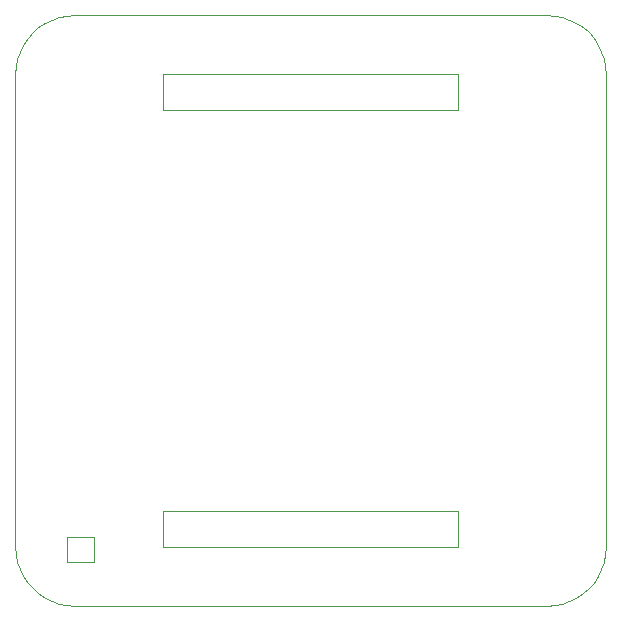
<source format=gko>
G04*
G04 #@! TF.GenerationSoftware,Altium Limited,Altium Designer,22.9.1 (49)*
G04*
G04 Layer_Color=16711935*
%FSLAX44Y44*%
%MOMM*%
G71*
G04*
G04 #@! TF.SameCoordinates,D5641387-C31A-4E6E-865A-824450A284D1*
G04*
G04*
G04 #@! TF.FilePolarity,Positive*
G04*
G01*
G75*
%ADD12C,0.1000*%
D12*
X125000Y50000D02*
Y80000D01*
Y50000D02*
X375000D01*
Y80000D01*
X125000D02*
X375000D01*
X125000Y450000D02*
X375000D01*
X125000Y420000D02*
Y450000D01*
Y420000D02*
X375000D01*
Y450000D01*
X43500Y37000D02*
X66500D01*
Y58000D01*
X43500D02*
X66500D01*
X43500Y37000D02*
Y58000D01*
X450000Y500000D02*
X456526Y499572D01*
X462941Y498296D01*
X469134Y496194D01*
X475000Y493301D01*
X480438Y489668D01*
X485355Y485355D01*
X489668Y480438D01*
X493301Y475000D01*
X496194Y469134D01*
X498296Y462941D01*
X499572Y456526D01*
X500000Y450000D01*
Y50000D02*
Y450000D01*
X499572Y43474D02*
X500000Y50000D01*
X498296Y37059D02*
X499572Y43474D01*
X496194Y30866D02*
X498296Y37059D01*
X493301Y25000D02*
X496194Y30866D01*
X489668Y19562D02*
X493301Y25000D01*
X485355Y14645D02*
X489668Y19562D01*
X480438Y10332D02*
X485355Y14645D01*
X475000Y6699D02*
X480438Y10332D01*
X469134Y3806D02*
X475000Y6699D01*
X462941Y1704D02*
X469134Y3806D01*
X456526Y428D02*
X462941Y1704D01*
X450000Y-0D02*
X456526Y428D01*
X50000Y-0D02*
X450000D01*
X43474Y428D02*
X50000Y-0D01*
X37059Y1704D02*
X43474Y428D01*
X30866Y3806D02*
X37059Y1704D01*
X25000Y6699D02*
X30866Y3806D01*
X19562Y10332D02*
X25000Y6699D01*
X14645Y14645D02*
X19562Y10332D01*
X10332Y19562D02*
X14645Y14645D01*
X6699Y25000D02*
X10332Y19562D01*
X3806Y30866D02*
X6699Y25000D01*
X1704Y37059D02*
X3806Y30866D01*
X428Y43474D02*
X1704Y37059D01*
X-0Y50000D02*
X428Y43474D01*
X-0Y50000D02*
Y450000D01*
X428Y456526D01*
X1704Y462941D01*
X3806Y469134D01*
X6699Y475000D01*
X10332Y480438D01*
X14645Y485355D01*
X19562Y489668D01*
X25000Y493301D01*
X30866Y496194D01*
X37059Y498296D01*
X43474Y499572D01*
X50000Y500000D01*
X450000D01*
X125000Y50000D02*
Y80000D01*
Y50000D02*
X375000D01*
Y80000D01*
X125000D02*
X375000D01*
X125000Y450000D02*
X375000D01*
X125000Y420000D02*
Y450000D01*
Y420000D02*
X375000D01*
Y450000D01*
X450000Y500000D02*
X456526Y499572D01*
X462941Y498296D01*
X469134Y496194D01*
X475000Y493301D01*
X480438Y489668D01*
X485355Y485355D01*
X489668Y480438D01*
X493301Y475000D01*
X496194Y469134D01*
X498296Y462941D01*
X499572Y456526D01*
X500000Y450000D01*
Y50000D02*
Y450000D01*
X499572Y43474D02*
X500000Y50000D01*
X498296Y37059D02*
X499572Y43474D01*
X496194Y30866D02*
X498296Y37059D01*
X493301Y25000D02*
X496194Y30866D01*
X489668Y19562D02*
X493301Y25000D01*
X485355Y14645D02*
X489668Y19562D01*
X480438Y10332D02*
X485355Y14645D01*
X475000Y6699D02*
X480438Y10332D01*
X469134Y3806D02*
X475000Y6699D01*
X462941Y1704D02*
X469134Y3806D01*
X456526Y428D02*
X462941Y1704D01*
X450000Y-0D02*
X456526Y428D01*
X50000Y-0D02*
X450000D01*
X43474Y428D02*
X50000Y-0D01*
X37059Y1704D02*
X43474Y428D01*
X30866Y3806D02*
X37059Y1704D01*
X25000Y6699D02*
X30866Y3806D01*
X19562Y10332D02*
X25000Y6699D01*
X14645Y14645D02*
X19562Y10332D01*
X10332Y19562D02*
X14645Y14645D01*
X6699Y25000D02*
X10332Y19562D01*
X3806Y30866D02*
X6699Y25000D01*
X1704Y37059D02*
X3806Y30866D01*
X428Y43474D02*
X1704Y37059D01*
X-0Y50000D02*
X428Y43474D01*
X-0Y50000D02*
Y450000D01*
X428Y456526D01*
X1704Y462941D01*
X3806Y469134D01*
X6699Y475000D01*
X10332Y480438D01*
X14645Y485355D01*
X19562Y489668D01*
X25000Y493301D01*
X30866Y496194D01*
X37059Y498296D01*
X43474Y499572D01*
X50000Y500000D01*
X450000D01*
M02*

</source>
